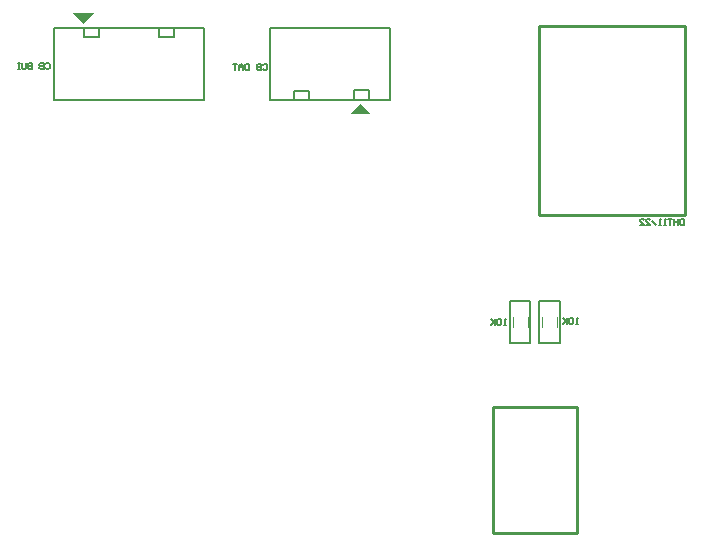
<source format=gbo>
G04*
G04 #@! TF.GenerationSoftware,Altium Limited,Altium Designer,21.0.8 (223)*
G04*
G04 Layer_Color=32896*
%FSTAX24Y24*%
%MOIN*%
G70*
G04*
G04 #@! TF.SameCoordinates,D6642B81-7170-4B7A-B2B3-623539A33ABF*
G04*
G04*
G04 #@! TF.FilePolarity,Positive*
G04*
G01*
G75*
%ADD11C,0.0050*%
%ADD12C,0.0070*%
%ADD13C,0.0100*%
%ADD14C,0.0040*%
G36*
X017467Y047548D02*
X018177D01*
X017827Y047198D01*
Y047188D01*
X017467Y047548D01*
D02*
G37*
G36*
X027394Y044164D02*
X026684D01*
X027034Y044514D01*
Y044524D01*
X027394Y044164D01*
D02*
G37*
D11*
X032025Y036534D02*
Y037934D01*
X032695D01*
Y036534D02*
Y037934D01*
X032025Y036534D02*
X032695D01*
X033009D02*
Y037934D01*
X033679D01*
Y036534D02*
Y037934D01*
X033009Y036534D02*
X033679D01*
X023782Y045805D02*
X023816Y045838D01*
X023882D01*
X023916Y045805D01*
Y045672D01*
X023882Y045638D01*
X023816D01*
X023782Y045672D01*
X023716Y045838D02*
Y045638D01*
X023616D01*
X023582Y045672D01*
Y045705D01*
X023616Y045738D01*
X023716D01*
X023616D01*
X023582Y045772D01*
Y045805D01*
X023616Y045838D01*
X023716D01*
X023316D02*
Y045638D01*
X023216D01*
X023183Y045672D01*
Y045805D01*
X023216Y045838D01*
X023316D01*
X023116Y045638D02*
Y045772D01*
X023049Y045838D01*
X022983Y045772D01*
Y045638D01*
Y045738D01*
X023116D01*
X022916Y045838D02*
X022783D01*
X022849D01*
Y045638D01*
X031906Y037134D02*
X03184D01*
X031873D01*
Y037334D01*
X031906Y037301D01*
X03174D02*
X031706Y037334D01*
X03164D01*
X031606Y037301D01*
Y037168D01*
X03164Y037134D01*
X031706D01*
X03174Y037168D01*
Y037301D01*
X03154Y037334D02*
Y037134D01*
Y037201D01*
X031406Y037334D01*
X031506Y037234D01*
X031406Y037134D01*
X034308Y037174D02*
X034241D01*
X034274D01*
Y037374D01*
X034308Y03734D01*
X034141D02*
X034108Y037374D01*
X034041D01*
X034008Y03734D01*
Y037207D01*
X034041Y037174D01*
X034108D01*
X034141Y037207D01*
Y03734D01*
X033941Y037374D02*
Y037174D01*
Y03724D01*
X033808Y037374D01*
X033908Y037274D01*
X033808Y037174D01*
X037822Y040681D02*
Y040481D01*
X037722D01*
X037689Y040514D01*
Y040647D01*
X037722Y040681D01*
X037822D01*
X037623D02*
Y040481D01*
Y040581D01*
X037489D01*
Y040681D01*
Y040481D01*
X037423Y040681D02*
X037289D01*
X037356D01*
Y040481D01*
X037223D02*
X037156D01*
X037189D01*
Y040681D01*
X037223Y040647D01*
X037056Y040481D02*
X036989D01*
X037023D01*
Y040681D01*
X037056Y040647D01*
X036889Y040481D02*
X036756Y040614D01*
X036556Y040481D02*
X03669D01*
X036556Y040614D01*
Y040647D01*
X03659Y040681D01*
X036656D01*
X03669Y040647D01*
X036356Y040481D02*
X03649D01*
X036356Y040614D01*
Y040647D01*
X03639Y040681D01*
X036456D01*
X03649Y040647D01*
X016544Y045844D02*
X016578Y045878D01*
X016644D01*
X016678Y045844D01*
Y045711D01*
X016644Y045678D01*
X016578D01*
X016544Y045711D01*
X016478Y045878D02*
Y045678D01*
X016378D01*
X016344Y045711D01*
Y045744D01*
X016378Y045778D01*
X016478D01*
X016378D01*
X016344Y045811D01*
Y045844D01*
X016378Y045878D01*
X016478D01*
X016078D02*
Y045678D01*
X015978D01*
X015945Y045711D01*
Y045744D01*
X015978Y045778D01*
X016078D01*
X015978D01*
X015945Y045811D01*
Y045844D01*
X015978Y045878D01*
X016078D01*
X015878D02*
Y045711D01*
X015845Y045678D01*
X015778D01*
X015745Y045711D01*
Y045878D01*
X015678D02*
X015611D01*
X015645D01*
Y045678D01*
X015678D01*
X015611D01*
D12*
X024039Y047059D02*
X028039D01*
X024039Y044659D02*
Y045659D01*
Y044659D02*
X028039D01*
Y047059D01*
X024039Y045659D02*
Y047059D01*
X027319Y044669D02*
Y044969D01*
X026819D02*
X027319D01*
X026819Y044669D02*
Y044969D01*
X025329Y044659D02*
Y044959D01*
X024829D02*
X025329D01*
X024829Y044659D02*
Y044959D01*
X020822Y046733D02*
Y047033D01*
X020322Y046733D02*
X020822D01*
X020322D02*
Y047033D01*
X018342Y046753D02*
Y047053D01*
X017842Y046753D02*
X018342D01*
X017842D02*
Y047053D01*
X016822Y044653D02*
X021822D01*
Y046053D02*
Y047053D01*
X016822D02*
X021822D01*
X016822Y044653D02*
Y047053D01*
X021822Y044653D02*
Y046053D01*
D13*
X033008Y047111D02*
X037868D01*
Y040811D02*
Y047111D01*
X033008Y040811D02*
X037868D01*
X033008D02*
Y047111D01*
X031454Y034409D02*
X034259D01*
Y030197D02*
Y034409D01*
X031454Y030197D02*
X034259D01*
X031454D02*
Y034409D01*
D14*
X032615Y037064D02*
Y037404D01*
X032115Y037064D02*
Y037404D01*
X033599Y037064D02*
Y037404D01*
X033099Y037064D02*
Y037404D01*
M02*

</source>
